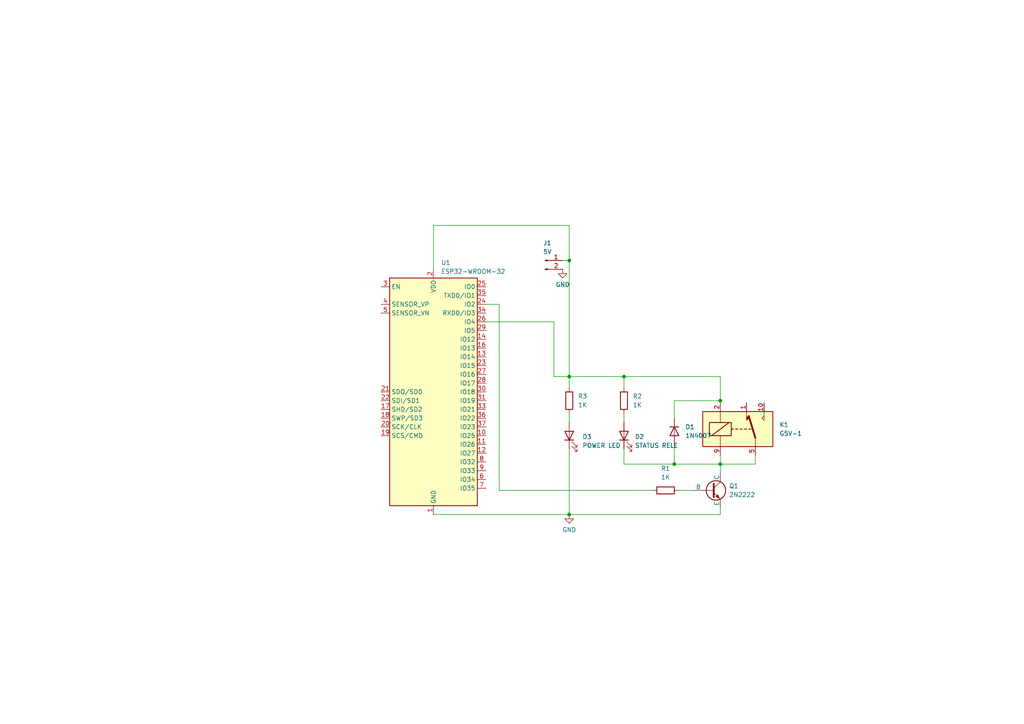
<source format=kicad_sch>
(kicad_sch (version 20231120) (generator "eeschema") (generator_version "8.0")
  (paper "A4")
  (lib_symbols
    (symbol "Connector:Conn_01x02_Pin" (pin_names (offset 1.016) hide)
      (property "Reference" "J" (at 0 2.54 0))
      (property "Value" "Conn_01x02_Pin" (at 0 -5.08 0))
      (symbol "Conn_01x02_Pin_1_1"
        (polyline (pts (xy 1.27 -2.54) (xy 0.8636 -2.54)) (stroke (width 0.1524)))
        (polyline (pts (xy 1.27 0) (xy 0.8636 0)) (stroke (width 0.1524)))
        (rectangle (start 0.8636 -2.413) (end 0 -2.667) (stroke (width 0.1524)) (fill (type outline)))
        (rectangle (start 0.8636 0.127) (end 0 -0.127) (stroke (width 0.1524)) (fill (type outline)))
        (pin passive line (at 5.08 0 180) (length 3.81) (name "Pin_1") (number "1"))
        (pin passive line (at 5.08 -2.54 180) (length 3.81) (name "Pin_2") (number "2"))
      )
    )
    (symbol "Device:LED" (pin_numbers hide) (pin_names (offset 1.016) hide)
      (property "Reference" "D" (at 0 2.54 0))
      (property "Value" "LED" (at 0 -2.54 0))
      (symbol "LED_0_1"
        (polyline (pts (xy -1.27 -1.27) (xy -1.27 1.27)) (stroke (width 0.254)))
        (polyline (pts (xy -1.27 0) (xy 1.27 0)))
        (polyline (pts (xy 1.27 -1.27) (xy 1.27 1.27) (xy -1.27 0) (xy 1.27 -1.27)) (stroke (width 0.254)))
        (polyline (pts (xy -3.048 -0.762) (xy -4.572 -2.286) (xy -3.81 -2.286) (xy -4.572 -2.286) (xy -4.572 -1.524)))
        (polyline (pts (xy -1.778 -0.762) (xy -3.302 -2.286) (xy -2.54 -2.286) (xy -3.302 -2.286) (xy -3.302 -1.524)))
      )
      (symbol "LED_1_1"
        (pin passive line (at -3.81 0 0) (length 2.54) (name "K") (number "1"))
        (pin passive line (at 3.81 0 180) (length 2.54) (name "A") (number "2"))
      )
    )
    (symbol "Device:R" (pin_numbers hide) (pin_names (offset 0))
      (property "Reference" "R" (at 2.032 0 90))
      (property "Value" "R" (at 0 0 90))
      (symbol "R_0_1"
        (rectangle (start -1.016 -2.54) (end 1.016 2.54) (stroke (width 0.254)))
      )
      (symbol "R_1_1"
        (pin passive line (at 0 3.81 270) (length 1.27) (name "~") (number "1"))
        (pin passive line (at 0 -3.81 90) (length 1.27) (name "~") (number "2"))
      )
    )
    (symbol "Diode:1N4007" (pin_numbers hide) (pin_names hide)
      (property "Reference" "D" (at 0 2.54 0))
      (property "Value" "1N4007" (at 0 -2.54 0))
      (symbol "1N4007_0_1"
        (polyline (pts (xy -1.27 1.27) (xy -1.27 -1.27)) (stroke (width 0.254)))
        (polyline (pts (xy 1.27 0) (xy -1.27 0)))
        (polyline (pts (xy 1.27 1.27) (xy 1.27 -1.27) (xy -1.27 0) (xy 1.27 1.27)) (stroke (width 0.254)))
      )
      (symbol "1N4007_1_1"
        (pin passive line (at -3.81 0 0) (length 2.54) (name "K") (number "1"))
        (pin passive line (at 3.81 0 180) (length 2.54) (name "A") (number "2"))
      )
    )
    (symbol "RF_Module:ESP32-WROOM-32"
      (property "Reference" "U" (at -12.7 34.29 0))
      (property "Value" "ESP32-WROOM-32" (at 1.27 34.29 0))
      (symbol "ESP32-WROOM-32_0_1"
        (rectangle (start -12.7 33.02) (end 12.7 -33.02) (stroke (width 0.254)) (fill (type background)))
      )
      (symbol "ESP32-WROOM-32_1_1"
        (pin power_in line (at 0 -35.56 90) (length 2.54) (name "GND") (number "1"))
        (pin bidirectional line (at 15.24 -12.7 180) (length 2.54) (name "IO25") (number "10"))
        (pin bidirectional line (at 15.24 -15.24 180) (length 2.54) (name "IO26") (number "11"))
        (pin bidirectional line (at 15.24 -17.78 180) (length 2.54) (name "IO27") (number "12"))
        (pin bidirectional line (at 15.24 10.16 180) (length 2.54) (name "IO14") (number "13"))
        (pin bidirectional line (at 15.24 15.24 180) (length 2.54) (name "IO12") (number "14"))
        (pin passive line (at 0 -35.56 90) (length 2.54) hide (name "GND") (number "15"))
        (pin bidirectional line (at 15.24 12.7 180) (length 2.54) (name "IO13") (number "16"))
        (pin bidirectional line (at -15.24 -5.08 0) (length 2.54) (name "SHD/SD2") (number "17"))
        (pin bidirectional line (at -15.24 -7.62 0) (length 2.54) (name "SWP/SD3") (number "18"))
        (pin bidirectional line (at -15.24 -12.7 0) (length 2.54) (name "SCS/CMD") (number "19"))
        (pin power_in line (at 0 35.56 270) (length 2.54) (name "VDD") (number "2"))
        (pin bidirectional line (at -15.24 -10.16 0) (length 2.54) (name "SCK/CLK") (number "20"))
        (pin bidirectional line (at -15.24 0 0) (length 2.54) (name "SDO/SD0") (number "21"))
        (pin bidirectional line (at -15.24 -2.54 0) (length 2.54) (name "SDI/SD1") (number "22"))
        (pin bidirectional line (at 15.24 7.62 180) (length 2.54) (name "IO15") (number "23"))
        (pin bidirectional line (at 15.24 25.4 180) (length 2.54) (name "IO2") (number "24"))
        (pin bidirectional line (at 15.24 30.48 180) (length 2.54) (name "IO0") (number "25"))
        (pin bidirectional line (at 15.24 20.32 180) (length 2.54) (name "IO4") (number "26"))
        (pin bidirectional line (at 15.24 5.08 180) (length 2.54) (name "IO16") (number "27"))
        (pin bidirectional line (at 15.24 2.54 180) (length 2.54) (name "IO17") (number "28"))
        (pin bidirectional line (at 15.24 17.78 180) (length 2.54) (name "IO5") (number "29"))
        (pin input line (at -15.24 30.48 0) (length 2.54) (name "EN") (number "3"))
        (pin bidirectional line (at 15.24 0 180) (length 2.54) (name "IO18") (number "30"))
        (pin bidirectional line (at 15.24 -2.54 180) (length 2.54) (name "IO19") (number "31"))
        (pin no_connect line (at -12.7 -27.94 0) (length 2.54) hide (name "NC") (number "32"))
        (pin bidirectional line (at 15.24 -5.08 180) (length 2.54) (name "IO21") (number "33"))
        (pin bidirectional line (at 15.24 22.86 180) (length 2.54) (name "RXD0/IO3") (number "34"))
        (pin bidirectional line (at 15.24 27.94 180) (length 2.54) (name "TXD0/IO1") (number "35"))
        (pin bidirectional line (at 15.24 -7.62 180) (length 2.54) (name "IO22") (number "36"))
        (pin bidirectional line (at 15.24 -10.16 180) (length 2.54) (name "IO23") (number "37"))
        (pin passive line (at 0 -35.56 90) (length 2.54) hide (name "GND") (number "38"))
        (pin passive line (at 0 -35.56 90) (length 2.54) hide (name "GND") (number "39"))
        (pin input line (at -15.24 25.4 0) (length 2.54) (name "SENSOR_VP") (number "4"))
        (pin input line (at -15.24 22.86 0) (length 2.54) (name "SENSOR_VN") (number "5"))
        (pin input line (at 15.24 -25.4 180) (length 2.54) (name "IO34") (number "6"))
        (pin input line (at 15.24 -27.94 180) (length 2.54) (name "IO35") (number "7"))
        (pin bidirectional line (at 15.24 -20.32 180) (length 2.54) (name "IO32") (number "8"))
        (pin bidirectional line (at 15.24 -22.86 180) (length 2.54) (name "IO33") (number "9"))
      )
    )
    (symbol "Relay:G5V-1"
      (property "Reference" "K" (at 11.43 3.81 0))
      (property "Value" "G5V-1" (at 11.43 1.27 0))
      (symbol "G5V-1_0_0"
        (polyline (pts (xy 7.62 5.08) (xy 7.62 2.54) (xy 6.985 3.175) (xy 7.62 3.81)))
      )
      (symbol "G5V-1_0_1"
        (rectangle (start -10.16 5.08) (end 10.16 -5.08) (stroke (width 0.254)) (fill (type background)))
        (rectangle (start -8.255 1.905) (end -1.905 -1.905) (stroke (width 0.254)))
        (polyline (pts (xy -7.62 -1.905) (xy -2.54 1.905)) (stroke (width 0.254)))
        (polyline (pts (xy -5.08 -5.08) (xy -5.08 -1.905)))
        (polyline (pts (xy -5.08 5.08) (xy -5.08 1.905)))
        (polyline (pts (xy -1.905 0) (xy -1.27 0)) (stroke (width 0.254)))
        (polyline (pts (xy -0.635 0) (xy 0 0)) (stroke (width 0.254)))
        (polyline (pts (xy 0.635 0) (xy 1.27 0)) (stroke (width 0.254)))
        (polyline (pts (xy 1.905 0) (xy 2.54 0)) (stroke (width 0.254)))
        (polyline (pts (xy 3.175 0) (xy 3.81 0)) (stroke (width 0.254)))
        (polyline (pts (xy 5.08 -2.54) (xy 3.175 3.81)) (stroke (width 0.508)))
        (polyline (pts (xy 5.08 -2.54) (xy 5.08 -5.08)))
        (polyline (pts (xy 2.54 5.08) (xy 2.54 2.54) (xy 3.175 3.175) (xy 2.54 3.81)) (fill (type outline)))
      )
      (symbol "G5V-1_1_1"
        (pin passive line (at 2.54 7.62 270) (length 2.54) (name "~") (number "1"))
        (pin passive line (at 7.62 7.62 270) (length 2.54) (name "~") (number "10"))
        (pin passive line (at -5.08 7.62 270) (length 2.54) (name "~") (number "2"))
        (pin passive line (at 5.08 -7.62 90) (length 2.54) (name "~") (number "5"))
        (pin passive line (at 5.08 -7.62 90) (length 2.54) hide (name "~") (number "6"))
        (pin passive line (at -5.08 -7.62 90) (length 2.54) (name "~") (number "9"))
      )
    )
    (symbol "Simulation_SPICE:NPN" (pin_numbers hide) (pin_names (offset 0))
      (property "Reference" "Q" (at -2.54 7.62 0))
      (property "Value" "NPN" (at -2.54 5.08 0))
      (symbol "NPN_0_1"
        (polyline (pts (xy -2.54 0) (xy 0.635 0)) (stroke (width 0.1524)))
        (polyline (pts (xy 0.635 0.635) (xy 2.54 2.54)))
        (polyline (pts (xy 2.794 -1.27) (xy 2.794 -1.27)) (stroke (width 0.1524)))
        (polyline (pts (xy 2.794 -1.27) (xy 2.794 -1.27)) (stroke (width 0.1524)))
        (polyline (pts (xy 0.635 -0.635) (xy 2.54 -2.54) (xy 2.54 -2.54)))
        (polyline (pts (xy 0.635 1.905) (xy 0.635 -1.905) (xy 0.635 -1.905)) (stroke (width 0.508)))
        (polyline (pts (xy 1.27 -1.778) (xy 1.778 -1.27) (xy 2.286 -2.286) (xy 1.27 -1.778) (xy 1.27 -1.778)) (fill (type outline)))
        (circle (center 1.27 0) (radius 2.8194) (stroke (width 0.254)))
      )
      (symbol "NPN_1_1"
        (pin open_collector line (at 2.54 5.08 270) (length 2.54) (name "C") (number "1"))
        (pin input line (at -5.08 0 0) (length 2.54) (name "B") (number "2"))
        (pin open_emitter line (at 2.54 -5.08 90) (length 2.54) (name "E") (number "3"))
      )
    )
    (symbol "power:GND" (power) (pin_numbers hide) (pin_names (offset 0) hide)
      (property "Value" "GND" (at 0 -3.81 0))
      (symbol "GND_0_1"
        (polyline (pts (xy 0 0) (xy 0 -1.27) (xy 1.27 -1.27) (xy 0 -2.54) (xy -1.27 -1.27) (xy 0 -1.27)))
      )
      (symbol "GND_1_1"
        (pin power_in line (at 0 0 270) (length 0) (name "~") (number "1"))
      )
    )
  )
  (junction (at 180.975 109.22))
  (junction (at 208.915 134.62))
  (junction (at 208.915 116.205))
  (junction (at 165.1 149.225))
  (junction (at 165.1 75.565))
  (junction (at 195.58 134.62))
  (junction (at 165.1 109.22))
  (wire (pts (xy 208.915 134.62) (xy 208.915 137.16)))
  (wire (pts (xy 196.85 142.24) (xy 201.295 142.24)))
  (wire (pts (xy 165.1 65.405) (xy 165.1 75.565)))
  (wire (pts (xy 208.915 149.225) (xy 208.915 147.32)))
  (wire (pts (xy 195.58 121.285) (xy 195.58 116.205)))
  (wire (pts (xy 180.975 112.395) (xy 180.975 109.22)))
  (wire (pts (xy 144.78 88.265) (xy 140.97 88.265)))
  (wire (pts (xy 195.58 116.205) (xy 208.915 116.205)))
  (wire (pts (xy 195.58 134.62) (xy 208.915 134.62)))
  (wire (pts (xy 180.975 109.22) (xy 208.915 109.22)))
  (wire (pts (xy 165.1 75.565) (xy 165.1 109.22)))
  (wire (pts (xy 165.1 120.015) (xy 165.1 122.555)))
  (wire (pts (xy 144.78 142.24) (xy 144.78 88.265)))
  (wire (pts (xy 208.915 116.205) (xy 208.915 116.84)))
  (wire (pts (xy 160.655 93.345) (xy 160.655 109.22)))
  (wire (pts (xy 140.97 93.345) (xy 160.655 93.345)))
  (wire (pts (xy 165.1 149.225) (xy 208.915 149.225)))
  (wire (pts (xy 160.655 109.22) (xy 165.1 109.22)))
  (wire (pts (xy 208.915 134.62) (xy 219.075 134.62)))
  (wire (pts (xy 208.915 132.08) (xy 208.915 134.62)))
  (wire (pts (xy 163.195 75.565) (xy 165.1 75.565)))
  (wire (pts (xy 125.73 78.105) (xy 125.73 65.405)))
  (wire (pts (xy 125.73 65.405) (xy 165.1 65.405)))
  (wire (pts (xy 180.975 130.175) (xy 180.975 134.62)))
  (wire (pts (xy 195.58 128.905) (xy 195.58 134.62)))
  (wire (pts (xy 180.975 109.22) (xy 165.1 109.22)))
  (wire (pts (xy 208.915 109.22) (xy 208.915 116.205)))
  (wire (pts (xy 189.23 142.24) (xy 144.78 142.24)))
  (wire (pts (xy 165.1 130.175) (xy 165.1 149.225)))
  (wire (pts (xy 219.075 134.62) (xy 219.075 132.08)))
  (wire (pts (xy 125.73 149.225) (xy 165.1 149.225)))
  (wire (pts (xy 165.1 109.22) (xy 165.1 112.395)))
  (wire (pts (xy 180.975 120.015) (xy 180.975 122.555)))
  (wire (pts (xy 180.975 134.62) (xy 195.58 134.62)))
  (symbol (lib_id "Device:R") (at 180.975 116.205 0) (unit 1)
    (property "Reference" "R2" (at 183.515 114.9349 0) (effects (justify left)))
    (property "Value" "1K" (at 183.515 117.4749 0) (effects (justify left)))
    (property "Description" "Resistor" (effects (hide yes)))
  )
  (symbol (lib_id "Simulation_SPICE:NPN") (at 206.375 142.24 0) (unit 1)
    (property "Reference" "Q1" (at 211.455 140.9699 0) (effects (justify left)))
    (property "Value" "2N2222" (at 211.455 143.5099 0) (effects (justify left)))
    (property "Datasheet" "https://ngspice.sourceforge.io/docs/ngspice-html-manual/manual.xhtml#cha_BJTs" (effects (hide yes)))
    (property "Description" "Bipolar transistor symbol for simulation only, substrate tied to the emitter" (effects (hide yes)))
    (property "Sim.Device" "NPN" (effects (hide yes)))
    (property "Sim.Type" "GUMMELPOON" (effects (hide yes)))
    (property "Sim.Pins" "1=C 2=B 3=E" (effects (hide yes)))
  )
  (symbol (lib_id "power:GND") (at 163.195 78.105 0) (unit 1)
    (property "Reference" "#PWR02" (effects (hide yes)))
    (property "Value" "GND" (at 163.195 82.55 0))
    (property "Description" "Power symbol creates a global label with name \"GND\" , ground" (effects (hide yes)))
  )
  (symbol (lib_id "Device:R") (at 193.04 142.24 90) (unit 1)
    (property "Reference" "R1" (at 193.04 135.89 90))
    (property "Value" "1K" (at 193.04 138.43 90))
    (property "Description" "Resistor" (effects (hide yes)))
  )
  (symbol (lib_id "Device:LED") (at 165.1 126.365 90) (unit 1)
    (property "Reference" "D3" (at 168.91 126.6824 90) (effects (justify right)))
    (property "Value" "POWER LED" (at 168.91 129.2224 90) (effects (justify right)))
    (property "Description" "Light emitting diode" (effects (hide yes)))
  )
  (symbol (lib_id "RF_Module:ESP32-WROOM-32") (at 125.73 113.665 0) (unit 1)
    (property "Reference" "U1" (at 127.9241 76.2 0) (effects (justify left)))
    (property "Value" "ESP32-WROOM-32" (at 127.9241 78.74 0) (effects (justify left)))
    (property "Footprint" "RF_Module:ESP32-WROOM-32" (effects (hide yes)))
    (property "Datasheet" "https://www.espressif.com/sites/default/files/documentation/esp32-wroom-32_datasheet_en.pdf" (effects (hide yes)))
    (property "Description" "RF Module, ESP32-D0WDQ6 SoC, Wi-Fi 802.11b/g/n, Bluetooth, BLE, 32-bit, 2.7-3.6V, onboard antenna, SMD" (effects (hide yes)))
  )
  (symbol (lib_id "Diode:1N4007") (at 195.58 125.095 270) (unit 1)
    (property "Reference" "D1" (at 198.755 123.8249 90) (effects (justify left)))
    (property "Value" "1N4007" (at 198.755 126.3649 90) (effects (justify left)))
    (property "Footprint" "Diode_THT:D_DO-41_SOD81_P10.16mm_Horizontal" (effects (hide yes)))
    (property "Datasheet" "http://www.vishay.com/docs/88503/1n4001.pdf" (effects (hide yes)))
    (property "Description" "1000V 1A General Purpose Rectifier Diode, DO-41" (effects (hide yes)))
    (property "Sim.Device" "D" (effects (hide yes)))
    (property "Sim.Pins" "1=K 2=A" (effects (hide yes)))
  )
  (symbol (lib_id "power:GND") (at 165.1 149.225 0) (unit 1)
    (property "Reference" "#PWR01" (effects (hide yes)))
    (property "Value" "GND" (at 165.1 153.67 0))
    (property "Description" "Power symbol creates a global label with name \"GND\" , ground" (effects (hide yes)))
  )
  (symbol (lib_id "Device:R") (at 165.1 116.205 0) (unit 1)
    (property "Reference" "R3" (at 167.64 114.9349 0) (effects (justify left)))
    (property "Value" "1K" (at 167.64 117.4749 0) (effects (justify left)))
    (property "Description" "Resistor" (effects (hide yes)))
  )
  (symbol (lib_id "Connector:Conn_01x02_Pin") (at 158.115 75.565 0) (unit 1)
    (property "Reference" "J1" (at 158.75 70.485 0))
    (property "Value" "5V" (at 158.75 73.025 0))
    (property "Description" "Generic connector, single row, 01x02, script generated" (effects (hide yes)))
  )
  (symbol (lib_id "Relay:G5V-1") (at 213.995 124.46 0) (unit 1)
    (property "Reference" "K1" (at 226.06 123.1899 0) (effects (justify left)))
    (property "Value" "G5V-1" (at 226.06 125.7299 0) (effects (justify left)))
    (property "Footprint" "Relay_THT:Relay_SPDT_Omron_G5V-1" (effects (hide yes)))
    (property "Datasheet" "http://omronfs.omron.com/en_US/ecb/products/pdf/en-g5v_1.pdf" (effects (hide yes)))
    (property "Description" "Ultra-miniature, Highly Sensitive SPDT Relay for Signal Circuits" (effects (hide yes)))
  )
  (symbol (lib_id "Device:LED") (at 180.975 126.365 90) (unit 1)
    (property "Reference" "D2" (at 184.15 126.6824 90) (effects (justify right)))
    (property "Value" "STATUS RELE" (at 184.15 129.2224 90) (effects (justify right)))
    (property "Description" "Light emitting diode" (effects (hide yes)))
  )
)
</source>
